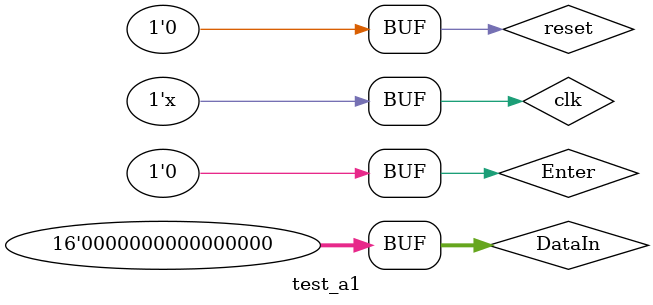
<source format=sv>
`timescale 1ns / 1ps


module test_a1();
    logic reset,clk,Enter;
    logic[15:0]DataIn,ToDisplay;
    logic[4:0]Flags;
    logic[2:0]Status;  
    
S7_actividad1 DUT(
    .reset(reset),
    .clk(clk),
    .Enter(Enter),
    .DataIn(DataIn),
    .ToDisplay(ToDisplay),
    .Flags(Flags),
    .Status(Status));
    
always #10 clk=~clk;

initial begin    
clk=1'b0;
reset=1'b1;
DataIn=16'd0;
Enter=0;
#27
reset=1'b0;
DataIn=16'd10;
#27
Enter=1'b1;
#27
Enter=1'b0;
#37
DataIn=16'd5;
#27
Enter=1'b1;
#27
Enter=1'b0;
#37
DataIn=16'd2;
#27
Enter=1'b1;
#27
Enter=1'b0;
#80
DataIn=16'd2;
#27
Enter=1'b1;
#27
Enter=1'b0;
#27
Enter=1'b1;
#27
Enter=1'b0;
#37
DataIn=16'b1111111111111110;
#27
Enter=1'b1;
#27
Enter=1'b0;
#37
DataIn=16'd0;
#27
Enter=1'b1;
#27
Enter=1'b0;
end
endmodule

</source>
